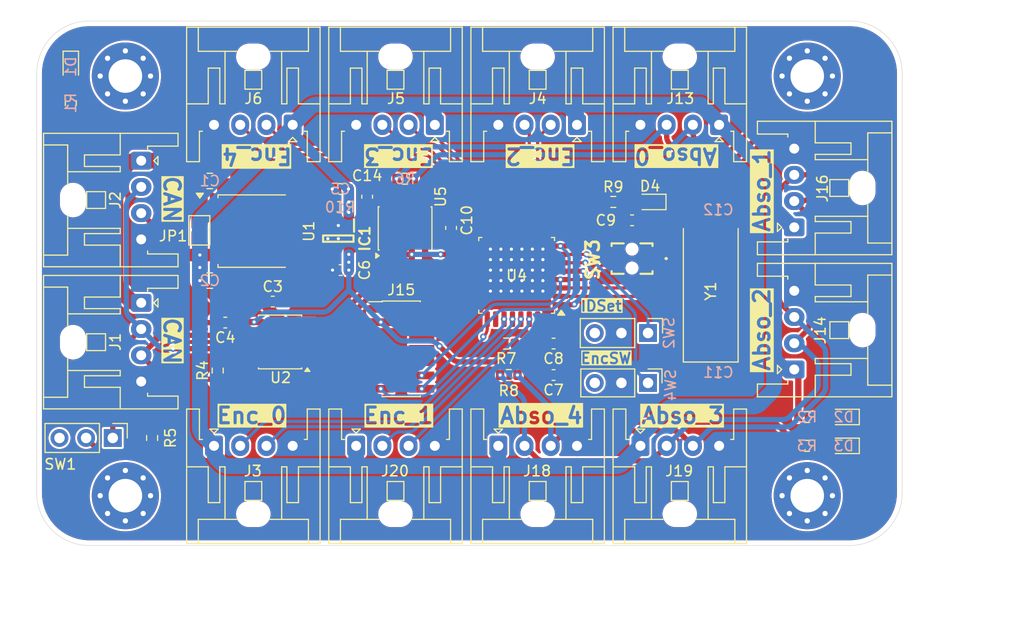
<source format=kicad_pcb>
(kicad_pcb (version 20241229) (generator "pcbnew") (generator_version "9.0")
  (layers (0 "F.Cu" signal) (2 "B.Cu" signal) (13 "F.Paste" user) (15 "B.Paste" user) (5 "F.SilkS" user "F.Silkscreen") (7 "B.SilkS" user "B.Silkscreen") (1 "F.Mask" user) (3 "B.Mask" user) (25 "Edge.Cuts" user))
  (net 0 "")
  (net 1 "VCC")
  (net 2 "GND")
  (net 3 "+5V")
  (net 4 "+3.3V")
  (net 5 "/NRST")
  (net 6 "/Crystal0")
  (net 7 "/Crystal1")
  (net 8 "/EncSW")
  (net 9 "Net-(D1-A)")
  (net 10 "Net-(D2-A)")
  (net 11 "Net-(D3-A)")
  (net 12 "/CANL")
  (net 13 "/CANH")
  (net 14 "/EncA_1")
  (net 15 "/EncB_1")
  (net 16 "/EncB_2")
  (net 17 "/EncA_2")
  (net 18 "/EncB_3")
  (net 19 "/EncA_3")
  (net 20 "/EncB_4")
  (net 21 "/EncA_4")
  (net 22 "/RS485_A")
  (net 23 "/RS485_B")
  (net 24 "/VCPRX")
  (net 25 "/SWCLK")
  (net 26 "/VCPTX")
  (net 27 "/SWDIO")
  (net 29 "Net-(U2-STBY)")
  (net 30 "/Booto")
  (net 32 "Net-(SW1-B)")
  (net 33 "/IDSet")
  (net 35 "/LED")
  (net 36 "/CANTX")
  (net 37 "/CANRX")
  (net 38 "/UARTTX")
  (net 39 "/CTRL")
  (net 41 "/UARTRX")
  (net 46 "Net-(D4-A)")
  (net 47 "/EncB_0")
  (net 48 "/EncA_0")
  (net 51 "Net-(IC1-EN)")
  (footprint "Connector_JST:JST_XA_S04B-XASK-1_1x04_P2.50mm_Horizontal" (layer "F.Cu") (at 88.95 137.5)
    (property "Reference" "J20")
    (property "Value" "Enc5")
  )
  (footprint "Package_SO:SOIC-8_3.9x4.9mm_P1.27mm" (layer "F.Cu") (at 93.615 116.775 90)
    (property "Reference" "U5")
    (property "Value" "MAX3485" (hide yes))
  )
  (footprint "Connector_JST:JST_XA_S04B-XASK-1_1x04_P2.50mm_Horizontal" (layer "F.Cu") (at 82.9 106.9 180)
    (property "Reference" "J6")
    (property "Value" "Enc4")
  )
  (footprint "Connector_JST:JST_XA_S04B-XASK-1_1x04_P2.50mm_Horizontal" (layer "F.Cu") (at 75.4 137.5)
    (property "Reference" "J3")
    (property "Value" "Enc1")
  )
  (footprint "Resistor_SMD:R_0603_1608Metric" (layer "F.Cu") (at 69.5 136.75 90)
    (property "Reference" "R5")
    (property "Value" "120Ω" (hide yes))
  )
  (footprint "Capacitor_SMD:C_0603_1608Metric" (layer "F.Cu") (at 81 123.75)
    (property "Reference" "C3")
    (property "Value" "0.1μF" (hide yes))
  )
  (footprint "Package_QFP:LQFP-32_7x7mm_P0.8mm" (layer "F.Cu") (at 104.25 121.25 180)
    (property "Reference" "U4")
    (property "Value" "STM32F303K8Tx" (hide yes))
  )
  (footprint "Connector_PinHeader_2.54mm:PinHeader_1x03_P2.54mm_Vertical" (layer "F.Cu") (at 116.775 131.5 -90)
    (property "Reference" "SW4")
    (property "Value" "IDSetSW" (hide yes))
  )
  (footprint "Resistor_SMD:R_0603_1608Metric" (layer "F.Cu") (at 93.615001 112.034818)
    (property "Reference" "R6")
    (property "Value" "120Ω" (hide yes))
  )
  (footprint "Connector_JST:JST_XA_S04B-XASK-1_1x04_P2.50mm_Horizontal" (layer "F.Cu") (at 123.55 106.9 180)
    (property "Reference" "J13")
    (property "Value" "Abso")
  )
  (footprint "Connector_JST:JST_XA_S04B-XASK-1_1x04_P2.50mm_Horizontal" (layer "F.Cu") (at 102.5 137.5)
    (property "Reference" "J18")
    (property "Value" "Abso")
  )
  (footprint "Resistor_SMD:R_0603_1608Metric" (layer "F.Cu") (at 87.423489 114.745469 180)
    (property "Reference" "R10")
    (property "Value" "10kΩ" (hide yes))
  )
  (footprint "Connector_PinHeader_2.54mm:PinHeader_1x03_P2.54mm_Vertical" (layer "F.Cu") (at 65.75 136.75 -90)
    (property "Reference" "SW1")
    (property "Value" "CAN_Terminal" (hide yes))
  )
  (footprint "LED_SMD:LED_0603_1608Metric" (layer "F.Cu") (at 61.75 101.3625 -90)
    (property "Reference" "D1")
    (property "Value" "LED" (hide yes))
  )
  (footprint "Jumper:SolderJumper-2_P1.3mm_Open_TrianglePad1.0x1.5mm" (layer "F.Cu") (at 74 116.9575 -90)
    (property "Reference" "JP1")
    (property "Value" "VCC⇔5V Short" (hide yes))
  )
  (footprint "Capacitor_SMD:C_0603_1608Metric" (layer "F.Cu") (at 87.444525 113.016666 180)
    (property "Reference" "C5")
    (property "Value" "1μF" (hide yes))
  )
  (footprint "MountingHole:MountingHole_3.2mm_M3_Pad_Via" (layer "F.Cu") (at 131.95 102.25)
    (property "Reference" "H3" (hide yes))
    (property "Value" "MountingHole" (hide yes))
  )
  (footprint "Resistor_SMD:R_0603_1608Metric" (layer "F.Cu") (at 131.925 134.75)
    (property "Reference" "R2")
    (property "Value" "10kΩ" (hide yes))
  )
  (footprint "Capacitor_SMD:C_0805_2012Metric" (layer "F.Cu") (at 75 121.75)
    (property "Reference" "C2")
    (property "Value" "10μF" (hide yes))
  )
  (footprint "Capacitor_SMD:C_0603_1608Metric" (layer "F.Cu") (at 107.76857 130.749999 180)
    (property "Reference" "C7")
    (property "Value" "0.1μF" (hide yes))
  )
  (footprint "Connector_JST:JST_XA_S04B-XASK-1_1x04_P2.50mm_Horizontal" (layer "F.Cu") (at 68.45999 123.868662 -90)
    (property "Reference" "J1")
    (property "Value" "CANConn")
  )
  (footprint "Connector_JST:JST_XA_S04B-XASK-1_1x04_P2.50mm_Horizontal" (layer "F.Cu") (at 116.05 137.5)
    (property "Reference" "J19")
    (property "Value" "Abso")
  )
  (footprint "LED_SMD:LED_0603_1608Metric" (layer "F.Cu") (at 117 114.25 180)
    (property "Reference" "D4")
    (property "Value" "LED" (hide yes))
  )
  (footprint "Capacitor_SMD:C_0603_1608Metric" (layer "F.Cu") (at 123.475 115)
    (property "Reference" "C12")
    (property "Value" "33pF?" (hide yes))
  )
  (footprint "Capacitor_SMD:C_0603_1608Metric" (layer "F.Cu") (at 90 113.75 90)
    (property "Reference" "C14")
    (property "Value" "0.1μF" (hide yes))
  )
  (footprint "SOT95P280X130-5N:SOT95P280X130-5N" (layer "F.Cu") (at 87.248489 117.745469 -90)
    (property "Reference" "IC1")
    (property "Value" "MIC5504-3.3YM5-T5" (hide yes))
  )
  (footprint "Connector_JST:JST_XA_S04B-XASK-1_1x04_P2.50mm_Horizontal" (layer "F.Cu") (at 96.45 106.9 180)
    (property "Reference" "J5")
    (property "Value" "Enc3")
  )
  (footprint "Resistor_SMD:R_0603_1608Metric" (layer "F.Cu") (at 103.5 130.75 180)
    (property "Reference" "R8")
    (property "Value" "120Ω" (hide yes))
  )
  (footprint "Resistor_SMD:R_0603_1608Metric" (layer "F.Cu") (at 61.75 104.825 90)
    (property "Reference" "R1")
    (property "Value" "10kΩ" (hide yes))
  )
  (footprint "Connector_JST:JST_XA_S04B-XASK-1_1x04_P2.50mm_Horizontal" (layer "F.Cu") (at 130.70999 116.668662 90)
    (property "Reference" "J16")
    (property "Value" "Abso")
  )
  (footprint "Capacitor_SMD:C_0805_2012Metric" (layer "F.Cu") (at 75 112.25)
    (property "Reference" "C1")
    (property "Value" "10μF" (hide yes))
  )
  (footprint "Resistor_SMD:R_0603_1608Metric" (layer "F.Cu") (at 113.4625 114.25)
    (property "Reference" "R9")
    (property "Value" "10kΩ" (hide yes))
  )
  (footprint "Capacitor_SMD:C_0603_1608Metric" (layer "F.Cu") (at 76.475 125.75 180)
    (property "Reference" "C4")
    (property "Value" "0.1μF" (hide yes))
  )
  (footprint "Connector_JST:JST_XA_S04B-XASK-1_1x04_P2.50mm_Horizontal" (layer "F.Cu") (at 110 106.9 180)
    (property "Reference" "J4")
    (property "Value" "Enc2")
  )
  (footprint "Capacitor_SMD:C_0603_1608Metric" (layer "F.Cu") (at 107.76857 127.749999 180)
    (property "Reference" "C8")
    (property "Value" "0.1μF" (hide yes))
  )
  (footprint "Resistor_SMD:R_0603_1608Metric" (layer "F.Cu") (at 75.75 130.325 90)
    (property "Reference" "R4")
    (property "Value" "10kΩ" (hide yes))
  )
  (footprint "Connector_JST:JST_XA_S04B-XASK-1_1x04_P2.50mm_Horizontal" (layer "F.Cu") (at 68.45999 110.318662 -90)
    (property "Reference" "J2")
    (property "Value" "CANConn")
  )
  (footprint "Capacitor_SMD:C_0603_1608Metric" (layer "F.Cu") (at 123.473291 130.497236)
    (property "Reference" "C11")
    (property "Value" "33pF?" (hide yes))
  )
  (footprint "Capacitor_SMD:C_0603_1608Metric" (layer "F.Cu") (at 115.25 116 180)
    (property "Reference" "C9")
    (property "Value" "0.1μF" (hide yes))
  )
  (footprint "Capacitor_SMD:C_0603_1608Metric" (layer "F.Cu") (at 87.473489 120.745469 180)
    (property "Reference" "C6")
    (property "Value" "1μF" (hide yes))
  )
  (footprint "Connector_PinHeader_2.54mm:PinHeader_1x03_P2.54mm_Vertical" (layer "F.Cu") (at 116.77565 126.744502 -90)
    (property "Reference" "SW2")
    (property "Value" "IDSetSW" (hide yes))
  )
  (footprint "Capacitor_SMD:C_0603_1608Metric" (layer "F.Cu") (at 98 116.725 90)
    (property "Reference" "C10")
    (property "Value" "1μF" (hide yes))
  )
  (footprint "MountingHole:MountingHole_3.2mm_M3_Pad_Via" (layer "F.Cu") (at 66.95 142.25)
    (property "Reference" "H1" (hide yes))
    (property "Value" "MountingHole" (hide yes))
  )
  (footprint "Package_TO_SOT_SMD:TO-252-2" (layer "F.Cu") (at 79.09 117.03)
    (property "Reference" "U1")
    (property "Value" "L7805" (hide yes))
  )
  (footprint "LED_SMD:LED_0603_1608Metric" (layer "F.Cu") (at 135.425 137.5 180)
    (property "Reference" "D3")
    (property "Value" "LED" (hide yes))
  )
  (footprint "Connector_PinHeader_1.27mm:PinHeader_2x07_P1.27mm_Vertical_SMD" (layer "F.Cu") (at 93.25 128.25)
    (property "Reference" "J15")
    (property "Value" "STLink" (hide yes))
  )
  (footprint "MySW:SMD_MySW1" (layer "F.Cu") (at 115.25 119.65 180)
    (property "Reference" "SW3")
    (property "Value" "Reset" (hide yes))
  )
  (footprint "Resistor_SMD:R_0603_1608Metric" (layer "F.Cu") (at 103.25 127.75 180)
    (property "Reference" "R7")
    (property "Value" "10kΩ" (hide yes))
  )
  (footprint "LED_SMD:LED_0603_1608Metric" (layer "F.Cu") (at 135.425 134.75 180)
    (property "Reference" "D2")
    (property "Value" "LED" (hide yes))
  )
  (footprint "Connector_JST:JST_XA_S04B-XASK-1_1x04_P2.50mm_Horizontal" (layer "F.Cu") (at 130.70999 130.218662 90)
    (property "Reference" "J14")
    (property "Value" "Abso")
  )
  (footprint "Crystal:Crystal_SMD_HC49-SD" (layer "F.Cu") (at 122.75 122.75 90)
    (property "Reference" "Y1")
    (property "Value" "Crystal" (hide yes))
  )
  (footprint "MountingHole:MountingHole_3.2mm_M3_Pad_Via" (layer "F.Cu") (at 131.95 142.25)
    (property "Reference" "H2" (hide yes))
    (property "Value" "MountingHole" (hide yes))
  )
  (footprint "Package_SO:SOIC-8_3.9x4.9mm_P1.27mm" (layer "F.Cu") (at 81.7 127.6 180)
    (property "Reference" "U2")
    (property "Value" "ATA6561" (hide yes))
  )
  (footprint "MountingHole:MountingHole_3.2mm_M3_Pad_Via" (layer "F.Cu") (at 66.95 102.25)
    (property "Reference" "H4" (hide yes))
    (property "Value" "MountingHole" (hide yes))
  )
  (footprint "Resistor_SMD:R_0603_1608Metric" (layer "F.Cu") (at 131.925 137.5)
    (property "Reference" "R3")
    (property "Value" "10kΩ" (hide yes))
  )
  (gr_line (start 63.5 97) (end 136 97) (stroke (width 0.05)) (layer "Edge.Cuts"))
  (gr_arc (start 63.5 147) (mid 59.964466 145.535534) (end 58.5 142) (stroke (width 0.05)) (layer "Edge.Cuts"))
  (gr_arc (start 136 97) (mid 139.535534 98.464466) (end 141 102) (stroke (width 0.05)) (layer "Edge.Cuts"))
  (gr_line (start 58.5 142) (end 58.5 102) (stroke (width 0.05)) (layer "Edge.Cuts"))
  (gr_arc (start 58.5 102) (mid 59.964466 98.464466) (end 63.5 97) (stroke (width 0.05)) (layer "Edge.Cuts"))
  (gr_line (start 141 102) (end 141 142) (stroke (width 0.05)) (layer "Edge.Cuts"))
  (gr_arc (start 141 142) (mid 139.535534 145.535534) (end 136 147) (stroke (width 0.05)) (layer "Edge.Cuts"))
  (gr_line (start 136 147) (end 63.5 147) (stroke (width 0.05)) (layer "Edge.Cuts"))
  (gr_text "Enc_0" (at 75.5 135.5 0) (layer "F.SilkS" knockout) (effects (font (size 1.5 1.5) (thickness 0.3) (bold yes)) (justify left bottom)))
  (gr_text "Enc_3" (at 96.5 109 180) (layer "F.SilkS" knockout) (effects (font (size 1.5 1.5) (thickness 0.3) (bold yes)) (justify left bottom)))
  (gr_text "Enc_4" (at 83 109 180) (layer "F.SilkS" knockout) (effects (font (size 1.5 1.5) (thickness 0.3) (bold yes)) (justify left bottom)))
  (gr_text "CAN" (at 70.5 127.5 270) (layer "F.SilkS" knockout) (effects (font (size 1.5 1.5) (thickness 0.3) (bold yes)) (justify bottom)))
  (gr_text "Abso_1" (at 128.5 117.25 90) (layer "F.SilkS" knockout) (effects (font (size 1.5 1.5) (thickness 0.3) (bold yes)) (justify left bottom)))
  (gr_text "Enc_1" (at 89.5 135.5 0) (layer "F.SilkS" knockout) (effects (font (size 1.5 1.5) (thickness 0.3) (bold yes)) (justify left bottom)))
  (gr_text "IDSet" (at 110.25 124.75 0) (layer "F.SilkS" knockout) (effects (font (size 1 1) (thickness 0.2) (bold yes)) (justify left bottom)))
  (gr_text "EncSW" (at 110.25 129.75 0) (layer "F.SilkS" knockout) (effects (font (size 1 1) (thickness 0.2) (bold yes)) (justify left bottom)))
  (gr_text "Enc_2" (at 110 109 180) (layer "F.SilkS" knockout) (effects (font (size 1.5 1.5) (thickness 0.3) (bold yes)) (justify left bottom)))
  (gr_text "Abso_2" (at 128.5 130.5 90) (layer "F.SilkS" knockout) (effects (font (size 1.5 1.5) (thickness 0.3) (bold yes)) (justify left bottom)))
  (gr_text "Abso_3" (at 116 135.5 0) (layer "F.SilkS" knockout) (effects (font (size 1.5 1.5) (thickness 0.3) (bold yes)) (justify left bottom)))
  (gr_text "Abso_0" (at 123.5 109 180) (layer "F.SilkS" knockout) (effects (font (size 1.5 1.5) (thickness 0.3) (bold yes)) (justify left bottom)))
  (gr_text "CAN" (at 70.5 114 270) (layer "F.SilkS" knockout) (effects (font (size 1.5 1.5) (thickness 0.3) (bold yes)) (justify bottom)))
  (gr_text "Abso_4" (at 102.5 135.5 0) (layer "F.SilkS" knockout) (effects (font (size 1.5 1.5) (thickness 0.3) (bold yes)) (justify left bottom)))
  (segment (start 68.07854 123.868662) (end 68.45999 123.868662) (width 1.5) (layer "F.Cu") (net 1))
  (segment (start 74.05 112.25) (end 72.411555 110.611555) (width 1.5) (layer "F.Cu") (net 1))
  (segment (start 66.292893 122.497229) (end 67.371433 123.575769) (width 1.5) (layer "F.Cu") (net 1))
  (segment (start 74 116.2325) (end 74 114.8) (width 1.5) (layer "F.Cu") (net 1))
  (segment (start 68.45999 110.318662) (end 67.899204 110.318662) (width 1.5) (layer "F.Cu") (net 1))
  (segment (start 71.704448 110.318662) (end 68.45999 110.318662) (width 1.5) (layer "F.Cu") (net 1))
  (segment (start 74 114.8) (end 74.05 114.75) (width 1.5) (layer "F.Cu") (net 1))
  (segment (start 66 112.217866) (end 66 121.790122) (width 1.5) (layer "F.Cu") (net 1))
  (segment (start 61.75 105.65) (end 66.125769 110.025769) (width 0.5) (layer "F.Cu") (net 1))
  (segment (start 74.05 112.25) (end 74.05 114.75) (width 1.5) (layer "F.Cu") (net 1))
  (segment (start 66.832876 110.318662) (end 68.45999 110.318662) (width 0.5) (layer "F.Cu") (net 1))
  (segment (start 67.192097 110.611555) (end 66.292893 111.510759) (width 1.5) (layer "F.Cu") (net 1))
  (arc (start 66.125769 110.025769) (mid 66.450192 110.242542) (end 66.832876 110.318662) (width 0.5) (layer "F.Cu") (net 1))
  (arc (start 72.411555 110.611555) (mid 72.087132 110.394782) (end 71.704448 110.318662) (width 1.5) (layer "F.Cu") (net 1))
  (arc (start 66 112.217866) (mid 66.07612 111.835183) (end 66.292893 111.510759) (width 1.5) (layer "F.Cu") (net 1))
  (arc (start 67.371433 123.575769) (mid 67.695856 123.792542) (end 68.07854 123.868662) (width 1.5) (layer "F.Cu") (net 1))
  (arc (start 66.292893 122.497229) (mid 66.07612 122.172806) (end 66 121.790122) (width 1.5) (layer "F.Cu") (net 1))
  (arc (start 67.899204 110.318662) (mid 67.516521 110.394782) (end 67.192097 110.611555) (width 1.5) (layer "F.Cu") (net 1))
  (via (at 86.25 117.75) (size 0.6) (drill 0.3) (layers "F.Cu" "B.Cu") (net 2))
  (via (at 87.248489 116.495469) (size 0.6) (drill 0.3) (layers "F.Cu" "B.Cu") (net 2))
  (via (at 103.75 121.75) (size 0.6) (drill 0.3) (layers "F.Cu" "B.Cu") (net 2))
  (via (at 101.75 120.75) (size 0.6) (drill 0.3) (layers "F.Cu" "B.Cu") (net 2))
  (via (at 86.698489 120.745469) (size 0.6) (drill 0.3) (layers "F.Cu" "B.Cu") (net 2))
  (via (at 103.75 118.75) (size 0.6) (drill 0.3) (layers "F.Cu" "B.Cu") (net 2))
  (via (at 102.75 119.75) (size 0.6) (drill 0.3) (layers "F.Cu" "B.Cu") (net 2))
  (via (at 103.75 122.75) (size 0.6) (drill 0.3) (layers "F.Cu" "B.Cu") (net 2))
  (via (at 101.75 122.75) (size 0.6) (drill 0.3) (layers "F.Cu" "B.Cu") (net 2))
  (via (at 102.75 120.75) (size 0.6) (drill 0.3) (layers "F.Cu" "B.Cu") (net 2))
  (via (at 105.75 120.75) (size 0.6) (drill 0.3) (layers "F.Cu" "B.Cu") (net 2))
  (via (at 106.75 120.75) (size 0.6) (drill 0.3) (layers "F.Cu" "B.Cu") (net 2))
  (via (at 105.75 122.75) (size 0.6) (drill 0.3) (layers "F.Cu" "B.Cu") (net 2))
  (via (at 101.75 118.75) (size 0.6) (drill 0.3) (layers "F.Cu" "B.Cu") (net 2))
  (via (at 106.75 119.75) (size 0.6) (drill 0.3) (layers "F.Cu" "B.Cu") (net 2))
  (via (at 103.75 119.75) (size 0.6) (drill 0.3) (layers "F.Cu" "B.Cu") (net 2))
  (via (at 102.75 121.75) (size 0.6) (drill 0.3) (layers "F.Cu" "B.Cu") (net 2))
  (via (at 104.75 122.75) (size 0.6) (drill 0.3) (layers "F.Cu" "B.Cu") (net 2))
  (via (at 103.75 120.75) (size 0.6) (drill 0.3) (layers "F.Cu" "B.Cu") (net 2))
  (via (at 86.669525 113.016666) (size 0.6) (drill 0.3) (layers "F.Cu" "B.Cu") (net 2))
  (via (at 104.75 120.75) (size 0.6) (drill 0.3) (layers "F.Cu" "B.Cu") (net 2))
  (via (at 102.75 118.75) (size 0.6) (drill 0.3) (layers "F.Cu" "B.Cu") (net 2))
  (via (at 105.75 121.75) (size 0.6) (drill 0.3) (layers "F.Cu" "B.Cu") (net 2))
  (via (at 101.75 121.75) (size 0.6) (drill 0.3) (layers "F.Cu" "B.Cu") (net 2))
  (via (at 104.75 119.75) (size 0.6) (drill 0.3) (layers "F.Cu" "B.Cu") (net 2))
  (via (at 87.25 117.75) (size 0.6) (drill 0.3) (layers "F.Cu" "B.Cu") (net 2))
  (via (at 104.75 118.75) (size 0.6) (drill 0.3) (layers "F.Cu" "B.Cu") (net 2))
  (via (at 102.75 122.75) (size 0.6) (drill 0.3) (layers "F.Cu" "B.Cu") (net 2))
  (via (at 106.75 122.75) (size 0.6) (drill 0.3) (layers "F.Cu" "B.Cu") (net 2))
  (via (at 105.75 119.75) (size 0.6) (drill 0.3) (layers "F.Cu" "B.Cu") (net 2))
  (via (at 105.75 118.75) (size 0.6) (drill 0.3) (layers "F.Cu" "B.Cu") (net 2))
  (via (at 106.75 121.75) (size 0.6) (drill 0.3) (layers "F.Cu" "B.Cu") (net 2))
  (via (at 106.75 118.75) (size 0.6) (drill 0.3) (layers "F.Cu" "B.Cu") (net 2))
  (via (at 101.75 119.75) (size 0.6) (drill 0.3) (layers "F.Cu" "B.Cu") (net 2))
  (via (at 104.75 121.75) (size 0.6) (drill 0.3) (layers "F.Cu" "B.Cu") (net 2))
  (segment (start 88.249489 113.04663) (end 88.249489 114.25) (width 1) (layer "F.Cu") (net 3))
  (segment (start 131.1 134.75) (end 131.1 131.022886) (width 0.6) (layer "F.Cu") (net 3))
  (segment (start 84.175 126.965) (end 83.613418 126.965) (width 1) (layer "F.Cu") (net 3))
  (segment (start 75.580263 123.457107) (end 74.05 121.926844) (width 1) (layer "F.Cu") (net 3))
  (segment (start 74.05 118.238403) (end 74 118.188403) (width 1.5) (layer "F.Cu") (net 3))
  (segment (start 88.249489 115.25) (end 88.249489 116.495469) (width 1) (layer "F.Cu") (net 3))
  (segment (start 74.05 121.926844) (end 74.05 121.75) (width 1) (layer "F.Cu") (net 3))
  (segment (start 80.225 123.990796) (end 80.225 123.75) (width 1) (layer "F.Cu") (net 3))
  (segment (start 80.225 123.75) (end 76.28737 123.75) (width 1) (layer "F.Cu") (net 3))
  (segment (start 74.05 119.31) (end 74.05 120.5) (width 1.5) (layer "F.Cu") (net 3))
  (segment (start 88.219525 113.016666) (end 88.249489 113.04663) (width 1) (layer "F.Cu") (net 3))
  (segment (start 74.05 119.31) (end 74.05 118.238403) (width 1.5) (layer "F.Cu") (net 3))
  (segment (start 82.906311 126.672107) (end 80.225 123.990796) (width 1) (layer "F.Cu") (net 3))
  (segment (start 74.05 120.5) (end 74.05 121.75) (width 1.5) (layer "F.Cu") (net 3))
  (segment (start 130.807107 130.315779) (end 130.70999 130.218662) (width 0.6) (layer "F.Cu") (net 3))
  (segment (start 88.249489 114.25) (end 88.249489 115.25) (width 1) (layer "F.Cu") (net 3))
  (via (at 74.05 121.75) (size 0.6) (drill 0.3) (layers "F.Cu" "B.Cu") (net 3))
  (via (at 88.249489 114.25) (size 0.6) (drill 0.3) (layers "F.Cu" "B.Cu") (net 3))
  (via (at 88.249489 115.25) (size 0.6) (drill 0.3) (layers "F.Cu" "B.Cu") (net 3))
  (via (at 74.05 119.31) (size 0.6) (drill 0.3) (layers "F.Cu" "B.Cu") (net 3))
  (via (at 74.05 120.5) (size 0.6) (drill 0.3) (layers "F.Cu" "B.Cu") (net 3))
  (via (at 88.219525 113.016666) (size 0.6) (drill 0.3) (layers "F.Cu" "B.Cu") (net 3))
  (arc (start 75.580263 123.457107) (mid 75.904686 123.67388) (end 76.28737 123.75) (width 1) (layer "F.Cu") (net 3))
  (arc (start 83.613418 126.965) (mid 83.230735 126.88888) (end 82.906311 126.672107) (width 1) (layer "F.Cu") (net 3))
  (arc (start 130.807107 130.315779) (mid 131.02388 130.640202) (end 131.1 131.022886) (width 0.6) (layer "F.Cu") (net 3))
  (segment (start 128.78399 114.500447) (end 128.78399 113.5) (width 1.5) (layer "B.Cu") (net 3))
  (segment (start 102.207107 139.218893) (end 102 139.426) (width 1.5) (layer "B.Cu") (net 3))
  (segment (start 128.78399 113.5) (end 128.78399 128.853448) (width 1.5) (layer "B.Cu") (net 3))
  (segment (start 109.049 104.974) (end 95.499 104.974) (width 1.5) (layer "B.Cu") (net 3))
  (segment (start 88.249489 113.04663) (end 88.219525 113.016666) (width 1) (layer "B.Cu") (net 3))
  (segment (start 129.076883 129.560555) (end 129.442097 129.925769) (width 1.5) (layer "B.Cu") (net 3))
  (segment (start 95.499 104.974) (end 85.240214 104.974) (width 1.5) (layer "B.Cu") (net 3))
  (segment (start 74.05 135.735786) (end 74.05 121.75) (width 1.5) (layer "B.Cu") (net 3))
  (segment (start 109.707107 105.632107) (end 109.049 104.974) (width 1.5) (layer "B.Cu") (net 3))
  (segment (start 130.70999 130.218662) (end 130.881989 130.218662) (width 1.5) (layer "B.Cu") (net 3))
  (segment (start 88.95 139.376) (end 89 139.426) (width 1.5) (layer "B.Cu") (net 3))
  (segment (start 127.471545 133.450922) (end 128.491097 132.43137) (width 1.5) (layer "B.Cu") (net 3))
  (segment (start 110 106.9) (end 110 106.339214) (width 1.5) (layer "B.Cu") (net 3))
  (segment (start 74.342893 115.657107) (end 82.9 107.1) (width 1.5) (layer "B.Cu") (net 3))
  (segment (start 84.533107 105.266893) (end 82.9 106.9) (width 1.5) (layer "B.Cu") (net 3))
  (segment (start 114.416893 139.133107) (end 116.05 137.5) (width 1.5) (layer "B.Cu") (net 3))
  (segment (start 75.4 137.5) (end 75.4 138.060786) (width 1.5) (layer "B.Cu") (net 3))
  (segment (start 128.78399 113.5) (end 128.78399 112.376206) (width 1.5) (layer "B.Cu") (net 3))
  (segment (start 88.95 137.5) (end 88.95 139.376) (width 1.5) (layer "B.Cu") (net 3))
  (segment (start 82.9 107.1) (end 82.9 106.9) (width 1.5) (layer "B.Cu") (net 3))
  (segment (start 130.70999 116.668662) (end 130.537991 116.668662) (width 1.5) (layer "B.Cu") (net 3))
  (segment (start 123.55 106.728001) (end 121.795999 104.974) (width 1.5) (layer "B.Cu") (net 3))
  (segment (start 75.692893 138.767893) (end 76.058107 139.133107) (width 1.5) (layer "B.Cu") (net 3))
  (segment (start 89 139.426) (end 102 139.426) (width 1.5) (layer "B.Cu") (net 3))
  (segment (start 128.491097 111.669099) (end 121.795999 104.974) (width 1.5) (layer "B.Cu") (net 3))
  (segment (start 76.765214 139.426) (end 89 139.426) (width 1.5) (layer "B.Cu") (net 3))
  (segment (start 130.149204 130.218662) (end 130.70999 130.218662) (width 1.5) (layer "B.Cu") (net 3))
  (segment (start 83.192893 107.990034) (end 88.219525 113.016666) (width 1) (layer "B.Cu") (net 3))
  (segment (start 130.537991 116.668662) (end 129.076883 115.207554) (width 1.5) (layer "B.Cu") (net 3))
  (segment (start 127.471545 133.457107) (end 127.471545 133.450922) (width 1.5) (layer "B.Cu") (net 3))
  (segment (start 128.78399 131.724263) (end 128.78399 128.853448) (width 1.5) (layer "B.Cu") (net 3))
  (segment (start 74.05 121.75) (end 74.05 119.31) (width 1.5) (layer "B.Cu") (net 3))
  (segment (start 102.5 137.5) (end 102.5 138.511786) (width 1.5) (layer "B.Cu") (net 3))
  (segment (start 102 139.426) (end 113.709786 139.426) (width 1.5) (layer "B.Cu") (net 3))
  (segment (start 123.55 106.9) (end 123.55 106.728001) (width 1.5) (layer "B.Cu") (net 3))
  (segment (start 75.4 137.5) (end 74.342893 136.442893) (width 1.5) (layer "B.Cu") (net 3))
  (segment (start 82.9 106.9) (end 82.9 107.282927) (width 1) (layer "B.Cu") (net 3))
  (segment (start 74.05 119.31) (end 74.05 116.364214) (width 1.5) (layer "B.Cu") (net 3))
  (segment (start 96.45 106.9) (end 96.45 106.339214) (width 1.5) (layer "B.Cu") (net 3))
  (segment (start 96.157107 105.632107) (end 95.499 104.974) (width 1.5) (layer "B.Cu") (net 3))
  (segment (start 116.05 137.5) (end 116.05 136.939214) (width 1.5) (layer "B.Cu") (net 3))
  (segment (start 121.795999 104.974) (end 109.049 104.974) (width 1.5) (layer "B.Cu") (net 3))
  (segment (start 88.249489 115.25) (end 88.249489 113.04663) (width 1) (layer "B.Cu") (net 3))
  (segment (start 119.239214 133.75) (end 126.764438 133.75) (width 1.5) (layer "B.Cu") (net 3))
  (segment (start 116.342893 136.232107) (end 118.532107 134.042893) (width 1.5) (layer "B.Cu") (net 3))
  (arc (start 85.240214 104.974) (mid 84.857531 105.05012) (end 84.533107 105.266893) (width 1.5) (layer "B.Cu") (net 3))
  (arc (start 130.149204 130.218662) (mid 129.766521 130.142542) (end 129.442097 129.925769) (width 1.5) (layer "B.Cu") (net 3))
  (arc (start 128.78399 131.724263) (mid 128.70787 132.106946) (end 128.491097 132.43137) (width 1.5) (layer "B.Cu") (net 3))
  (arc (start 75.4 138.060786) (mid 75.47612 138.443469) (end 75.692893 138.767893) (width 1.5) (layer "B.Cu") (net 3))
  (arc (start 74.05 135.735786) (mid 74.12612 136.118469) (end 74.342893 136.442893) (width 1.5) (layer "B.Cu") (net 3))
  (arc (start 96.45 106.339214) (mid 96.37388 105.956531) (end 96.157107 105.632107) (width 1.5) (layer "B.Cu") (net 3))
  (arc (start 76.058107 139.133107) (mid 76.38253 139.34988) (end 76.765214 139.426) (width 1.5) (layer "B.Cu") (net 3))
  (arc (start 114.416893 139.133107) (mid 114.09247 139.34988) (end 113.709786 139.426) (width 1.5) (layer "B.Cu") (net 3))
  (arc (start 116.05 136.939214) (mid 116.12612 136.556531) (end 116.342893 136.232107) (width 1.5) (layer "B.Cu") (net 3))
  (arc (start 74.342893 115.657107) (mid 74.12612 115.98153) (end 74.05 116.364214) (width 1.5) (layer "B.Cu") (net 3))
  (arc (start 102.207107 139.218893) (mid 102.42388 138.89447) (end 102.5 138.511786) (width 1.5) (layer "B.Cu") (net 3))
  (arc (start 128.491097 111.669099) (mid 128.70787 111.993522) (end 128.78399 112.376206) (width 1.5) (layer "B.Cu") (net 3))
  (arc (start 128.78399 128.853448) (mid 128.86011 129.236131) (end 129.076883 129.560555) (width 1.5) (layer "B.Cu") (net 3))
  (arc (start 83.192893 107.990034) (mid 82.97612 107.665611) (end 82.9 107.282927) (width 1) (layer "B.Cu") (net 3))
  (arc (start 109.707107 105.632107) (mid 109.92388 105.95653) (end 110 106.339214) (width 1.5) (layer "B.Cu") (net 3))
  (arc (start 126.764438 133.75) (mid 127.147121 133.67388) (end 127.471545 133.457107) (width 1.5) (layer "B.Cu") (net 3))
  (arc (start 118.532107 134.042893) (mid 118.856531 133.82612) (end 119.239214 133.75) (width 1.5) (layer "B.Cu") (net 3))
  (segment (start 90 117.193958) (end 90.013149 117.207107) (width 1) (layer "F.Cu") (net 4))
  (segment (start 108.425 124.05) (end 108.425 127.631429) (width 0.5) (layer "F.Cu") (net 4))
  (segment (start 98 117.5) (end 98.506107 118.006107) (width 1) (layer "F.Cu") (net 4))
  (segment (start 108.54357 130.5) (end 108.54357 130.749999) (width 0.5) (layer "F.Cu") (net 4))
  (segment (start 88.248489 120) (end 88.248489 119.25) (width 1) (layer "F.Cu") (net 4))
  (segment (start 88.248489 118.945469) (end 90 117.193958) (width 1) (layer "F.Cu") (net 4))
  (segment (start 113.457785 135.25) (end 128.435786 135.25) (width 0.5) (layer "F.Cu") (net 4))
  (segment (start 129.142893 135.542893) (end 131.1 137.5) (width 0.5) (layer "F.Cu") (net 4))
  (segment (start 88.248489 120.745469) (end 88.248489 120) (width 1) (layer "F.Cu") (net 4))
  (segment (start 77.25 125.75) (end 79.17 125.75) (width 0.5) (layer "F.Cu") (net 4))
  (segment (start 108.54357 130.749999) (end 112.750678 134.957107) (width 0.5) (layer "F.Cu") (net 4))
  (segment (start 90 114.525) (end 91.485 114.525) (width 1) (layer "F.Cu") (net 4))
  (segment (start 96.900002 128) (end 98.107109 129.207107) (width 0.5) (layer "F.Cu") (net 4))
  (segment (start 91.485 114.525) (end 91.71 114.3) (width 1) (layer "F.Cu") (net 4))
  (segment (start 108.425 124.05) (end 109.7 124.05) (width 0.5) (layer "F.Cu") (net 4))
  (segment (start 108.425 127.631429) (end 108.54357 127.749999) (width 0.5) (layer "F.Cu") (net 4))
  (segment (start 79.17 125.75) (end 79.225 125.695) (width 0.5) (layer "F.Cu") (net 4))
  (segment (start 90 114.525) (end 90 117.193958) (width 1) (layer "F.Cu") (net 4))
  (segment (start 108.54357 130.749999) (end 108.54357 127.749999) (width 0.5) (layer "F.Cu") (net 4))
  (segment (start 90.720256 117.5) (end 98 117.5) (width 1) (layer "F.Cu") (net 4))
  (segment (start 109.7 124.05) (end 109.75 124) (width 0.5) (layer "F.Cu") (net 4))
  (segment (start 98.814216 129.5) (end 107.54357 129.5) (width 0.5) (layer "F.Cu") (net 4))
  (segment (start 88.248489 119.25) (end 88.248489 118.945469) (width 1) (layer "F.Cu") (net 4))
  (segment (start 110.6 120.85) (end 108.425 120.85) (width 0.5) (layer "F.Cu") (net 4))
  (segment (start 99.213214 118.299) (end 100.075 118.299) (width 1) (layer "F.Cu") (net 4))
  (via (at 88.248489 120) (size 0.6) (drill 0.3) (layers "F.Cu" "B.Cu") (net 4))
  (via (at 96.900002 128) (size 0.6) (drill 0.3) (layers "F.Cu" "B.Cu") (net 4))
  (via (at 79.225 125.695) (size 0.6) (drill 0.3) (layers "F.Cu" "B.Cu") (net 4))
  (via (at 91.3 125.71) (size 0.6) (drill 0.3) (layers "F.Cu" "B.Cu") (net 4))
  (via (at 88.248489 120.745469) (size 0.6) (drill 0.3) (layers "F.Cu" "B.Cu") (net 4))
  (via (at 109.75 124) (size 0.6) (drill 0.3) (layers "F.Cu" "B.Cu") (net 4))
  (via (at 88.248489 119.25) (size 0.6) (drill 0.3) (layers "F.Cu" "B.Cu") (net 4))
  (via (at 110.6 120.85) (size 0.6) (drill 0.3) (layers "F.Cu" "B.Cu") (net 4))
  (arc (start 113.457785 135.25) (mid 113.075102 135.17388) (end 112.750678 134.957107) (width 0.5) (layer "F.Cu") (net 4))
  (arc (start 98.506107 118.006107) (mid 98.83053 118.22288) (end 99.213214 118.299) (width 1) (layer "F.Cu") (net 4))
  (arc (start 90.013149 117.207107) (mid 90.337572 117.42388) (end 90.720256 117.5) (width 1) (layer "F.Cu") (net 4))
  (arc (start 98.107109 129.207107) (mid 98.431532 129.42388) (end 98.814216 129.5) (width 0.5) (layer "F.Cu") (net 4))
  (arc (start 128.435786 135.25) (mid 128.818469 135.32612) (end 129.142893 135.542893) (width 0.5) (layer "F.Cu") (net 4))
  (arc (start 108.54357 130.5) (mid 108.250677 129.792893) (end 107.54357 129.5) (width 0.5) (layer "F.Cu") (net 4))
  (segment (start 88.248489 120.745469) (end 88.248489 122.658489) (width 0.5) (layer "B.Cu") (net 4))
  (segment (start 79.305 125.695) (end 79.957107 125.042893) (width 0.5) (layer "B.Cu") (net 4))
  (segment (start 95.985788 127.5) (end 93.504214 127.5) (width 0.5) (layer "B.Cu") (net 4))
  (segment (start 88.248489 122.658489) (end 91.3 125.71) (width 0.5) (layer "B.Cu") (net 4))
  (segment (start 80.664214 124.75) (end 85.742764 124.75) (width 0.5) (layer "B.Cu") (net 4))
  (segment (start 86.449871 124.457107) (end 88.248489 122.658489) (width 0.5) (layer "B.Cu") (net 4))
  (segment (start 96.900002 128) (end 96.692895 127.792893) (width 0.5) (layer "B.Cu") (net 4))
  (segment (start 92.797107 127.207107) (end 91.3 125.71) (width 0.5) (layer "B.Cu") (net 4))
  (segment (start 110.75 121) (end 110.75 122.585786) (width 0.5) (layer "B.Cu") (net 4))
  (segment (start 110.6 120.85) (end 110.75 121) (width 0.5) (layer "B.Cu") (net 4))
  (segment (start 110.457107 123.292893) (end 109.75 124) (width 0.5) (layer "B.Cu") (net 4))
  (segment (start 79.225 125.695) (end 79.305 125.695) (width 0.5) (layer "B.Cu") (net 4))
  (segment (start 88.248489 119.25) (end 88.248489 120.745469) (width 1) (layer "B.Cu") (net 4))
  (arc (start 79.957107 125.042893) (mid 80.28153 124.82612) (end 80.664214 124.75) (width 0.5) (layer "B.Cu") (net 4))
  (arc (start 95.985788 127.5) (mid 96.368471 127.57612) (end 96.692895 127.792893) (width 0.5) (layer "B.Cu") (net 4))
  (arc (start 93.504214 127.5) (mid 93.121531 127.42388) (end 92.797107 127.207107) (width 0.5) (layer "B.Cu") (net 4))
  (arc (start 85.742764 124.75) (mid 86.125447 124.67388) (end 86.449871 124.457107) (width 0.5) (layer "B.Cu") (net 4))
  (arc (start 110.75 122.585786) (mid 110.67388 122.968469) (end 110.457107 123.292893) (width 0.5) (layer "B.Cu") (net 4))
  (segment (start 111.317893 121.357107) (end 113.025 119.65) (width 0.3) (layer "F.Cu") (net 5))
  (segment (start 108.425 121.65) (end 110.610786 121.65) (width 0.3) (layer "F.Cu") (net 5))
  (segment (start 114.182107 118.492893) (end 113.025 119.65) (width 0.3) (layer "F.Cu") (net 5))
  (segment (start 114.475 116) (end 114.475 117.785786) (width 0.3) (layer "F.Cu") (net 5))
  (via (at 108.425 121.65) (size 0.6) (drill 0.3) (layers "F.Cu" "B.Cu") (net 5))
  (via (at 95.2 130.79) (size 0.6) (drill 0.3) (layers "F.Cu" "B.Cu") (net 5))
  (arc (start 111.317893 121.357107) (mid 110.99347 121.57388) (end 110.610786 121.65) (width 0.3) (layer "F.Cu") (net 5))
  (arc (start 114.182107 118.492893) (mid 114.39888 118.16847) (end 114.475 117.785786) (width 0.3) (layer "F.Cu") (net 5))
  (segment (start 101.702107 124.292893) (end 95.205 130.79) (width 0.3) (layer "B.Cu") (net 5))
  (segment (start 95.205 130.79) (end 95.2 130.79) (width 0.3) (layer "B.Cu") (net 5))
  (segment (start 107.085786 124) (end 102.409214 124) (width 0.3) (layer "B.Cu") (net 5))
  (segment (start 108.425 121.65) (end 108.425 122.660786) (width 0.3) (layer "B.Cu") (net 5))
  (segment (start 108.132107 123.367893) (end 107.792893 123.707107) (width 0.3) (layer "B.Cu") (net 5))
  (arc (start 108.425 122.660786) (mid 108.34888 123.043469) (end 108.132107 123.367893) (width 0.3) (layer "B.Cu") (net 5))
  (arc (start 101.702107 124.292893) (mid 102.02653 124.07612) (end 102.409214 124) (width 0.3) (layer "B.Cu") (net 5))
  (arc (start 107.085786 124) (mid 107.468469 123.92388) (end 107.792893 123.707107) (width 0.3) (layer "B.Cu") (net 5))
  (segment (start 119.292893 123.542893) (end 122.75 127) (width 0.3) (layer "F.Cu") (net 6))
  (segment (start 122.75 130.445527) (end 122.698291 130.497236) (width 0.3) (layer "F.Cu") (net 6))
  (segment (start 108.425 123.25) (end 118.585786 123.25) (width 0.3) (layer "F.Cu") (net 6))
  (segment (start 122.75 127) (end 122.75 130.445527) (width 0.3) (layer "F.Cu") (net 6))
  (arc (start 119.292893 123.542893) (mid 118.96847 123.32612) (end 118.585786 123.25) (width 0.3) (layer "F.Cu") (net 6))
  (segment (start 119.092893 122.157107) (end 122.75 118.5) (width 0.3) (layer "F.Cu") (net 7))
  (segment (start 122.7 115) (end 122.7 118.45) (width 0.3) (layer "F.Cu") (net 7))
  (segment (start 108.425 122.45) (end 118.385786 122.45) (width 0.3) (layer "F.Cu") (net 7))
  (segment (start 122.7 118.45) (end 122.75 118.5) (width 0.3) (layer "F.Cu") (net 7))
  (arc (start 119.092893 122.157107) (mid 118.76847 122.37388) (end 118.385786 122.45) (width 0.3) (layer "F.Cu") (net 7))
  (segment (start 108.425 120.05) (end 110.8 120.05) (width 0.3) (layer "F.Cu") (net 8))
  (via (at 110.8 120.05) (size 0.6) (drill 0.3) (layers "F.Cu" "B.Cu") (net 8))
  (segment (start 115.57465 125.238864) (end 115.57465 129.885436) (width 0.3) (layer "B.Cu") (net 8))
  (segment (start 115.867543 130.592543) (end 116.775 131.5) (width 0.3) (layer "B.Cu") (net 8))
  (segment (start 110.8 120.05) (end 115.281757 124.531757) (width 0.3) (layer "B.Cu") (net 8))
  (arc (start 115.281757 124.531757) (mid 115.49853 124.856181) (end 115.57465 125.238864) (width 0.3) (layer "B.Cu") (net 8))
  (arc (start 115.867543 130.592543) (mid 115.65077 130.26812) (end 115.57465 129.885436) (width 0.3) (layer "B.Cu") (net 8))
  (segment (start 61.75 104) (end 61.75 102.15) (width 0.3) (layer "F.Cu") (net 9))
  (segment (start 132.75 134.75) (end 134.6375 134.75) (width 0.3) (layer "F.Cu") (net 10))
  (segment (start 132.75 137.5) (end 134.6375 137.5) (width 0.3) (layer "F.Cu") (net 11))
  (segment (start 70.777866 126.965) (end 79.225 126.965) (width 0.5) (layer "F.Cu") (net 12))
  (segment (start 69.5 135.925) (end 69.593097 135.831903) (width 0.5) (layer "F.Cu") (net 12))
  (segment (start 68.45999 128.868662) (end 69.593097 127.735555) (width 0.5) (layer "F.Cu") (net 12))
  (segment (start 69.593097 116.451769) (end 68.45999 115.318662) (width 0.5) (layer "F.Cu") (net 12))
  (segment (start 69.88599 135.124796) (end 69.88599 130.708876) (width 0.5) (layer "F.Cu") (net 12))
  (segment (start 69.593097 130.001769) (end 68.45999 128.868662) (width 0.5) (layer "F.Cu") (net 12))
  (segment (start 69.88599 127.028448) (end 69.88599 117.158876) (width 0.5) (layer "F.Cu") (net 12))
  (segment (start 68.45999 128.868662) (end 70.070759 127.257893) (width 0.5) (layer "F.Cu") (net 12))
  (arc (start 69.593097 116.451769) (mid 69.80987 116.776192) (end 69.88599 117.158876) (width 0.5) (layer "F.Cu") (net 12))
  (arc (start 69.593097 127.735555) (mid 69.80987 127.411132) (end 69.88599 127.028448) (width 0.5) (layer "F.Cu") (net 12))
  (arc (start 69.88599 130.708876) (mid 69.80987 130.326193) (end 69.593097 130.001769) (width 0.5) (layer "F.Cu") (net 12))
  (arc (start 69.88599 135.124796) (mid 69.80987 135.507479) (end 69.593097 135.831903) (width 0.5) (layer "F.Cu") (net 12))
  (arc (start 70.777866 126.965) (mid 70.395183 127.04112) (end 70.070759 127.257893) (width 0.5) (layer "F.Cu") (net 12))
  (segment (start 71.5 128.235) (end 79.225 128.235) (width 0.5) (layer "F.Cu") (net 13))
  (segment (start 65.75 129.492866) (end 65.75 136.75) (width 0.5) (layer "F.Cu") (net 13))
  (segment (start 68.45999 126.368662) (end 66.042893 128.785759) (width 0.5) (layer "F.Cu") (net 13))
  (via (at 71.5 128.235) (size 0.6) (drill 0.3) (layers "F.Cu" "B.Cu") (net 13))
  (arc (start 65.75 129.492866) (mid 65.82612 129.110183) (end 66.042893 128.785759) (width 0.5) (layer "F.Cu") (net 13))
  (segment (start 70.033435 127.942107) (end 68.45999 126.368662) (width 0.5) (layer "B.Cu") (net 13))
  (segment (start 71.5 128.235) (end 70.740542 128.235) (width 0.5) (layer "B.Cu") (net 13))
  (segment (start 67.326883 113.951769) (end 68.45999 112.818662) (width 0.5) (layer "B.Cu") (net 13))
  (segment (start 68.45999 126.368662) (end 67.326883 125.235555) (width 0.5) (layer "B.Cu") (net 13))
  (segment (start 67.03399 124.528448) (end 67.03399 114.658876) (width 0.5) (layer "B.Cu") (net 13))
  (arc (start 67.326883 125.235555) (mid 67.11011 124.911132) (end 67.03399 124.528448) (width 0.5) (layer "B.Cu") (net 13))
  (arc (start 67.326883 113.951769) (mid 67.11011 114.276192) (end 67.03399 114.658876) (width 0.5) (layer "B.Cu") (net 13))
  (arc (start 70.033435 127.942107) (mid 70.357858 128.15888) (end 70.740542 128.235) (width 0.5) (layer "B.Cu") (net 13))
  (via (at 104.65 125.425) (size 0.6) (drill 0.3) (layers "F.Cu" "B.Cu") (net 14))
  (segment (start 104.357107 126.142893) (end 94.618893 135.881107) (width 0.3) (layer "B.Cu") (net 14))
  (segment (start 92.483107 136.466893) (end 91.45 137.5) (width 0.3) (layer "B.Cu") (net 14))
  (segment (start 93.911786 136.174) (end 93.190214 136.174) (width 0.3) (layer "B.Cu") (net 14))
  (segment (start 104.65 125.425) (end 104.65 125.435786) (width 0.3) (layer "B.Cu") (net 14))
  (arc (start 92.483107 136.466893) (mid 92.80753 136.25012) (end 93.190214 136.174) (width 0.3) (layer "B.Cu") (net 14))
  (arc (start 104.357107 126.142893) (mid 104.57388 125.81847) (end 104.65 125.435786) (width 0.3) (layer "B.Cu") (net 14))
  (arc (start 94.618893 135.881107) (mid 94.29447 136.09788) (end 93.911786 136.174) (width 0.3) (layer "B.Cu") (net 14))
  (via (at 105.45 125.425) (size 0.6) (drill 0.3) (layers "F.Cu" "B.Cu") (net 15))
  (segment (start 105.157107 126.292893) (end 93.95 137.5) (width 0.3) (layer "B.Cu") (net 15))
  (segment (start 105.45 125.425) (end 105.45 125.585786) (width 0.3) (layer "B.Cu") (net 15))
  (arc (start 105.157107 126.292893) (mid 105.37388 125.96847) (end 105.45 125.585786) (width 0.3) (layer "B.Cu") (net 15))
  (segment (start 105 106.9) (end 105.157107 107.057107) (width 0.3) (layer "F.Cu") (net 16))
  (segment (start 105.45 107.764214) (end 105.45 117.075) (width 0.3) (layer "F.Cu") (net 16))
  (arc (start 105.157107 107.057107) (mid 105.37388 107.38153) (end 105.45 107.764214) (width 0.3) (layer "F.Cu") (net 16))
  (segment (start 106.25 117.075) (end 106.25 108.564214) (width 0.3) (layer "F.Cu") (net 17))
  (segment (start 106.542893 107.857107) (end 107.5 106.9) (width 0.3) (layer "F.Cu") (net 17))
  (arc (start 106.25 108.564214) (mid 106.32612 108.181531) (end 106.542893 107.857107) (width 0.3) (layer "F.Cu") (net 17))
  (segment (start 103.85 116.472734) (end 103.85 117.075) (width 0.3) (layer "F.Cu") (net 18))
  (segment (start 96.834373 109.042893) (end 103.557107 115.765627) (width 0.3) (layer "F.Cu") (net 18))
  (segment (start 93.839214 108.75) (end 96.127266 108.75) (width 0.3) (layer "F.Cu") (net 18))
  (segment (start 91.45 106.9) (end 91.575 106.9) (width 0.3) (layer "F.Cu") (net 18))
  (segment (start 91.575 106.9) (end 93.132107 108.457107) (width 0.3) (layer "F.Cu") (net 18))
  (arc (start 93.839214 108.75) (mid 93.456531 108.67388) (end 93.132107 108.457107) (width 0.3) (layer "F.Cu") (net 18))
  (arc (start 96.834373 109.042893) (mid 96.50995 108.82612) (end 96.127266 108.75) (width 0.3) (layer "F.Cu") (net 18))
  (arc (start 103.85 116.472734) (mid 103.77388 116.090051) (end 103.557107 115.765627) (width 0.3) (layer "F.Cu") (net 18))
  (segment (start 96.311786 108.226) (end 95.690214 108.226) (width 0.3) (layer "F.Cu") (net 19))
  (segment (start 104.357107 115.857107) (end 97.018893 108.518893) (width 0.3) (layer "F.Cu") (net 19))
  (segment (start 94.983107 107.933107) (end 93.95 106.9) (width 0.3) (layer "F.Cu") (net 19))
  (segment (start 104.65 117.075) (end 104.65 116.564214) (width 0.3) (layer "F.Cu") (net 19))
  (arc (start 96.311786 108.226) (mid 96.694469 108.30212) (end 97.018893 108.518893) (width 0.3) (layer "F.Cu") (net 19))
  (arc (start 95.690214 108.226) (mid 95.307531 108.14988) (end 94.983107 107.933107) (width 0.3) (layer "F.Cu") (net 19))
  (arc (start 104.357107 115.857107) (mid 104.57388 116.18153) (end 104.65 116.564214) (width 0.3) (layer "F.Cu") (net 19))
  (segment (start 80.459107 109.459107) (end 77.9 106.9) (width 0.3) (layer "F.Cu") (net 20))
  (segment (start 101.957107 115.957107) (end 96.044893 110.044893) (width 0.3) (layer "F.Cu") (net 20))
  (segment (start 102.25 117.075) (end 102.25 116.664214) (width 0.3) (layer "F.Cu") (net 20))
  (segment (start 95.337786 109.752) (end 81.166214 109.752) (width 0.3) (layer "F.Cu") (net 20))
  (arc (start 96.044893 110.044893) (mid 95.72047 109.82812) (end 95.337786 109.752) (width 0.3) (layer "F.Cu") (net 20))
  (arc (start 101.957107 115.957107) (mid 102.17388 116.28153) (end 102.25 116.664214) (width 0.3) (layer "F.Cu") (net 20))
  (arc (start 80.459107 109.459107) (mid 80.78353 109.67588) (end 81.166214 109.752) (width 0.3) (layer "F.Cu") (net 20))
  (segment (start 83.165214 109.251) (end 95.561785 109.251) (width 0.3) (layer "F.Cu") (net 21))
  (segment (start 80.4 106.9) (end 82.458107 108.958107) (width 0.3) (layer "F.Cu") (net 21))
  (segment (start 96.268892 109.543893) (end 102.757107 116.032108) (width 0.3) (layer "F.Cu") (net 21))
  (segment (start 103.05 116.739215) (end 103.05 117.075) (width 0.3) (layer "F.Cu") (net 21))
  (arc (start 95.561785 109.251) (mid 95.944468 109.32712) (end 96.268892 109.543893) (width 0.3) (layer "F.Cu") (net 21))
  (arc (start 102.757107 116.032108) (mid 102.97388 116.356531) (end 103.05 116.739215) (width 0.3) (layer "F.Cu") (net 21))
  (arc (start 83.165214 109.251) (mid 82.782531 109.17488) (end 82.458107 108.958107) (width 0.3) (layer "F.Cu") (net 21))
  (segment (start 133.658107 112.341893) (end 132.124231 113.875769) (width 0.5) (layer "F.Cu") (net 22))
  (segment (start 94.25 112.224819) (end 94.440001 112.034818) (width 0.5) (layer "F.Cu") (net 22))
  (segment (start 117.416893 138.633107) (end 118.55 137.5) (width 0.5) (layer "F.Cu") (net 22))
  (segment (start 121.05 106.9) (end 121.05 107.635786) (width 0.5) (layer "F.Cu") (net 22))
  (segment (start 131.843097 126.585555) (end 130.70999 127.718662) (width 0.5) (layer "F.Cu") (net 22))
  (segment (start 132.784257 107.042893) (end 133.658107 107.916743) (width 0.5) (layer "F.Cu") (net 22))
  (segment (start 127.664214 106.75) (end 132.07715 106.75) (width 0.5) (layer "F.Cu") (net 22))
  (segment (start 124.792893 109.207107) (end 126.957107 107.042893) (width 0.5) (layer "F.Cu") (net 22))
  (segment (start 130.70999 114.168662) (end 131.843097 115.301769) (width 0.5) (layer "F.Cu") (net 22))
  (segment (start 122.914214 109.5) (end 124.085786 109.5) (width 0.5) (layer "F.Cu") (net 22))
  (segment (start 131.417124 114.168662) (end 130.70999 114.168662) (width 0.5) (layer "F.Cu") (net 22))
  (segment (start 132.13599 116.008876) (end 132.13599 125.878448) (width 0.5) (layer "F.Cu") (net 22))
  (segment (start 133.951 108.62385) (end 133.951 111.634786) (width 0.5) (layer "F.Cu") (net 22))
  (segment (start 94.25 114.3) (end 94.25 112.224819) (width 0.5) (layer "F.Cu") (net 22))
  (segment (start 105 137.5) (end 106.133107 138.633107) (width 0.5) (layer "F.Cu") (net 22))
  (segment (start 106.840214 138.926) (end 116.709786 138.926) (width 0.5) (layer "F.Cu") (net 22))
  (segment (start 121.342893 108.342893) (end 122.207107 109.207107) (width 0.5) (layer "F.Cu") (net 22))
  (via (at 94.440001 112.034818) (size 0.6) (drill 0.3) (layers "F.Cu" "B.Cu") (net 22))
  (via (at 102.675 130.75) (size 0.6) (drill 0.3) (layers "F.Cu" "B.Cu") (net 22))
  (arc (start 124.085786 109.5) (mid 124.468469 109.42388) (end 124.792893 109.207107) (width 0.5) (layer "F.Cu") (net 22))
  (arc (start 132.784257 107.042893) (mid 132.459834 106.82612) (end 132.07715 106.75) (width 0.5) (layer "F.Cu") (net 22))
  (arc (start 132.124231 113.875769) (mid 131.799808 114.092542) (end 131.417124 114.168662) (width 0.5) (layer "F.Cu") (net 22))
  (arc (start 121.342893 108.342893) (mid 121.12612 108.01847) (end 121.05 107.635786) (width 0.5) (layer "F.Cu") (net 22))
  (arc (start 133.658107 112.341893) (mid 133.87488 112.01747) (end 133.951 111.634786) (width 0.5) (layer "F.Cu") (net 22))
  (arc (start 131.843097 115.301769) (mid 132.05987 115.626192) (end 132.13599 116.008876) (width 0.5) (layer "F.Cu") (net 22))
  (arc (start 122.914214 109.5) (mid 122.531531 109.42388) (end 122.207107 109.207107) (width 0.5) (layer "F.Cu") (net 22))
  (arc (start 133.658107 107.916743) (mid 133.87488 108.241166) (end 133.951 108.62385) (width 0.5) (layer "F.Cu") (net 22))
  (arc (start 132.13599 125.878448) (mid 132.05987 126.261131) (end 131.843097 126.585555) (width 0.5) (layer "F.Cu") (net 22))
  (arc (start 106.133107 138.633107) (mid 106.45753 138.84988) (end 106.840214 138.926) (width 0.5) (layer "F.Cu") (net 22))
  (arc (start 126.957107 107.042893) (mid 127.28153 106.82612) (end 127.664214 106.75) (width 0.5) (layer "F.Cu") (net 22))
  (arc (start 116.709786 138.926) (mid 117.092469 138.84988) (end 117.416893 138.633107) (width 0.5) (layer "F.Cu") (net 22))
  (segment (start 105 133.489214) (end 105 137.5) (width 0.5) (layer "B.Cu") (net 22))
  (segment (start 132.707107 129.207107) (end 131.511555 128.011555) (width 0.5) (layer "B.Cu") (net 22))
  (segment (start 94.440001 112.034818) (end 96.431926 110.042893) (width 0.5) (layer "B.Cu") (net 22))
  (segment (start 118.55 137.5) (end 120.757107 135.292893) (width 0.5) (layer "B.Cu") (net 22))
  (segment (start 130.804448 127.718662) (end 130.70999 127.718662) (width 0.5) (layer "B.Cu") (net 22))
  (segment (start 97.139033 109.75) (end 117.785786 109.75) (width 0.5) (layer "B.Cu") (net 22))
  (segment (start 102.675 130.75) (end 104.707107 132.782107) (width 0.5) (layer "B.Cu") (net 22))
  (segment (start 118.492893 109.457107) (end 121.05 106.9) (width 0.5) (layer "B.Cu") (net 22))
  (segment (start 133 131.585786) (end 133 129.914214) (width 0.5) (layer "B.Cu") (net 22))
  (segment (start 121.464214 135) (end 129.585786 135) (width 0.5) (layer "B.Cu") (net 22))
  (segment (start 130.292893 134.707107) (end 132.707107 132.292893) (width 0.5) (layer "B.Cu") (net 22))
  (arc (start 132.707107 132.292893) (mid 132.92388 131.96847) (end 133 131.585786) (width 0.5) (layer "B.Cu") (net 22))
  (arc (start 117.785786 109.75) (mid 118.168469 109.67388) (end 118.492893 109.457107) (width 0.5) (layer "B.Cu") (net 22))
  (arc (start 120.757107 135.292893) (mid 121.08153 135.07612) (end 121.464214 135) (width 0.5) (layer "B.Cu") (net 22))
  (arc (start 104.707107 132.782107) (mid 104.92388 133.10653) (end 105 133.489214) (width 0.5) (layer "B.Cu") (net 22))
  (arc (start 131.511555 128.011555) (mid 131.187132 127.794782) (end 130.804448 127.718662) (width 0.5) (layer "B.Cu") (net 22))
  (arc (start 97.139033 109.75) (mid 96.75635 109.82612) (end 96.431926 110.042893) (width 0.5) (layer "B.Cu") (net 22))
  (arc (start 133 129.914214) (mid 132.92388 129.531531) (end 132.707107 129.207107) (width 0.5) (layer "B.Cu") (net 22))
  (arc (start 130.292893 134.707107) (mid 129.96847 134.92388) (end 129.585786 135) (width 0.5) (layer "B.Cu") (net 22))
  (segment (start 129.28399 113.508876) (end 129.28399 123.378448) (width 0.5) (layer "F.Cu") (net 23))
  (segment (start 107.5 137.5) (end 108.633107 136.366893) (width 0.5) (layer "F.Cu") (net 23))
  (segment (start 109.340214 136.074) (end 119.209786 136.074) (width 0.5) (layer "F.Cu") (net 23))
  (segment (start 133.25 108.914214) (end 133.25 110.085786) (width 0.5) (layer "F.Cu") (net 23))
  (segment (start 129.576883 124.085555) (end 130.70999 125.218662) (width 0.5) (layer "F.Cu") (net 23))
  (segment (start 92.98 114.3) (end 92.98 112.224817) (width 0.5) (layer "F.Cu") (net 23))
  (segment (start 92.98 112.224817) (end 92.790001 112.034818) (width 0.5) (layer "F.Cu") (net 23))
  (segment (start 132.957107 110.792893) (end 132.374231 111.375769) (width 0.5) (layer "F.Cu") (net 23))
  (segment (start 119.916893 136.366893) (end 121.05 137.5) (width 0.5) (layer "F.Cu") (net 23))
  (segment (start 118.55 106.9) (end 118.55 108.010786) (width 0.5) (layer "F.Cu") (net 23))
  (segment (start 132.542893 107.792893) (end 132.957107 108.207107) (width 0.5) (layer "F.Cu") (net 23))
  (segment (start 128.164214 107.5) (end 131.835786 107.5) (width 0.5) (layer "F.Cu") (net 23))
  (segment (start 118.842893 108.717893) (end 120.082107 109.957107) (width 0.5) (layer "F.Cu") (net 23))
  (segment (start 120.789214 110.25) (end 124.585786 110.25) (width 0.5) (layer "F.Cu") (net 23))
  (segment (start 130.70999 111.668662) (end 129.576883 112.801769) (width 0.5) (layer "F.Cu") (net 23))
  (segment (start 131.667124 111.668662) (end 130.70999 111.668662) (width 0.5) (layer "F.Cu") (net 23))
  (segment (start 125.292893 109.957107) (end 127.457107 107.792893) (width 0.5) (layer "F.Cu") (net 23))
  (via (at 104.325 130.75) (size 0.6) (drill 0.3) (layers "F.Cu" "B.Cu") (net 23))
  (via (at 92.790001 112.034818) (size 0.6) (drill 0.3) (layers "F.Cu" "B.Cu") (net 23))
  (arc (start 131.667124 111.668662) (mid 132.049807 111.592542) (end 132.374231 111.375769) (width 0.5) (layer "F.Cu") (net 23))
  (arc (start 133.25 110.085786) (mid 133.17388 110.468469) (end 132.957107 110.792893) (width 0.5) (layer "F.Cu") (net 23))
  (arc (start 132.542893 107.792893) (mid 132.21847 107.57612) (end 131.835786 107.5) (width 0.5) (layer "F.Cu") (net 23))
  (arc (start 129.576883 124.085555) (mid 129.36011 123.761132) (end 129.28399 123.378448) (width 0.5) (layer "F.Cu") (net 23))
  (arc (start 108.633107 136.366893) (mid 108.95753 136.15012) (end 109.340214 136.074) (width 0.5) (layer "F.Cu") (net 23))
  (arc (start 118.55 108.010786) (mid 118.62612 108.393469) (end 118.842893 108.717893) (width 0.5) (layer "F.Cu") (net 23))
  (arc (start 129.576883 112.801769) (mid 129.36011 113.126192) (end 129.28399 113.508876) (width 0.5) (layer "F.Cu") (net 23))
  (arc (start 127.457107 107.792893) (mid 127.78153 107.57612) (end 128.164214 107.5) (width 0.5) (layer "F.Cu") (net 23))
  (arc (start 124.585786 110.25) (mid 124.968469 110.17388) (end 125.292893 109.957107) (width 0.5) (layer "F.Cu") (net 23))
  (arc (start 119.916893 136.366893) (mid 119.59247 136.15012) (end 119.209786 136.074) (width 0.5) (layer "F.Cu") (net 23))
  (arc (start 132.957107 108.207107) (mid 133.17388 108.53153) (end 133.25 108.914214) (width 0.5) (layer "F.Cu") (net 23))
  (arc (start 120.789214 110.25) (mid 120.406531 110.17388) (end 120.082107 109.957107) (width 0.5) (layer "F.Cu") (net 23))
  (segment (start 104.325 130.75) (end 107.207107 133.632107) (width 0.5) (layer "B.Cu") (net 23))
  (segment (start 129.87615 135.701) (end 123.263214 135.701) (width 0.5) (layer "B.Cu") (net 23))
  (segment (start 107.5 134.339214) (end 107.5 137.5) (width 0.5) (layer "B.Cu") (net 23))
  (segment (start 116.742893 108.707107) (end 118.55 106.9) (width 0.5) (layer "B.Cu") (net 23))
  (segment (start 92.790001 112.034818) (end 95.531926 109.292893) (width 0.5) (layer "B.Cu") (net 23))
  (segment (start 122.556107 135.993893) (end 121.05 137.5) (width 0.5) (layer "B.Cu") (net 23))
  (segment (start 130.70999 125.218662) (end 133.408107 127.916779) (width 0.5) (layer "B.Cu") (net 23))
  (segment (start 133.408107 132.583257) (end 130.583257 135.408107) (width 0.5) (layer "B.Cu") (net 23))
  (segment (start 133.701 128.623886) (end 133.701 131.87615) (width 0.5) (layer "B.Cu") (net 23))
  (segment (start 96.239033 109) (end 116.035786 109) (width 0.5) (layer "B.Cu") (net 23))
  (arc (start 133.408107 127.916779) (mid 133.62488 128.241202) (end 133.701 128.623886) (width 0.5) (layer "B.Cu") (net 23))
  (arc (start 116.742893 108.707107) (mid 116.41847 108.92388) (end 116.035786 109) (width 0.5) (layer "B.Cu") (net 23))
  (arc (start 107.207107 133.632107) (mid 107.42388 133.95653) (end 107.5 134.339214) (width 0.5) (layer "B.Cu") (net 23))
  (arc (start 133.408107 132.583257) (mid 133.62488 132.258834) (end 133.701 131.87615) (width 0.5) (layer "B.Cu") (net 23))
  (arc (start 130.583257 135.408107) (mid 130.258834 135.62488) (end 129.87615 135.701) (width 0.5) (layer "B.Cu") (net 23))
  (arc (start 96.239033 109) (mid 95.85635 109.07612) (end 95.531926 109.292893) (width 0.5) (layer "B.Cu") (net 23))
  (arc (start 123.263214 135.701) (mid 122.880531 135.77712) (end 122.556107 135.993893) (width 0.5) (layer "B.Cu") (net 23))
  (segment (start 101.157107 127.006613) (end 101.06542 127.0983) (width 0.3) (layer "F.Cu") (net 24))
  (segment (start 101.45 125.425) (end 101.45 126.299506) (width 0.3) (layer "F.Cu") (net 24))
  (via (at 101.06542 127.0983) (size 0.6) (drill 0.3) (layers "F.Cu" "B.Cu") (net 24))
  (via (at 91.3 132.06) (size 0.6) (drill 0.3) (layers "F.Cu" "B.Cu") (net 24))
  (arc (start 101.157107 127.006613) (mid 101.37388 126.68219) (end 101.45 126.299506) (width 0.3) (layer "F.Cu") (net 24))
  (segment (start 95.210226 132.75) (end 92.404214 132.75) (width 0.3) (layer "B.Cu") (net 24))
  (segment (start 91.697107 132.457107) (end 91.3 132.06) (width 0.3) (layer "B.Cu") (net 24))
  (segment (start 101.06542 127.30902) (end 95.917333 132.457107) (width 0.3) (layer "B.Cu") (net 24))
  (segment (start 101.06542 127.0983) (end 101.06542 127.30902) (width 0.3) (layer "B.Cu") (net 24))
  (arc (start 92.404214 132.75) (mid 92.021531 132.67388) (end 91.697107 132.457107) (width 0.3) (layer "B.Cu") (net 24))
  (arc (start 95.210226 132.75) (mid 95.592909 132.67388) (end 95.917333 132.457107) (width 0.3) (layer "B.Cu") (net 24))
  (segment (start 95.2 126.98) (end 95.787786 126.98) (width 0.3) (layer "F.Cu") (net 25))
  (segment (start 96.494893 126.687107) (end 98.839107 124.342893) (width 0.3) (layer "F.Cu") (net 25))
  (segment (start 99.546214 124.05) (end 100.075 124.05) (width 0.3) (layer "F.Cu") (net 25))
  (arc (start 98.839107 124.342893) (mid 99.16353 124.12612) (end 99.546214 124.05) (width 0.3) (layer "F.Cu") (net 25))
  (arc (start 95.787786 126.98) (mid 96.170469 126.90388) (end 96.494893 126.687107) (width 0.3) (layer "F.Cu") (net 25))
  (via (at 108.425 118.45) (size 0.6) (drill 0.3) (layers "F.Cu" "B.Cu") (net 26))
  (via (at 95.2 132.06) (size 0.6) (drill 0.3) (layers "F.Cu" "B.Cu") (net 26))
  (segment (start 109.25 119.689214) (end 109.25 122.544306) (width 0.3) (layer "B.Cu") (net 26))
  (segment (start 108.425 118.45) (end 108.957107 118.982107) (width 0.3) (layer "B.Cu") (net 26))
  (segment (start 95.2 132.043066) (end 95.2 132.06) (width 0.3) (layer "B.Cu") (net 26))
  (segment (start 107.294306 124.5) (end 103.15728 124.5) (width 0.3) (layer "B.Cu") (net 26))
  (segment (start 102.450173 124.792893) (end 95.2 132.043066) (width 0.3) (layer "B.Cu") (net 26))
  (segment (start 108.957107 123.251413) (end 108.001413 124.207107) (width 0.3) (layer "B.Cu") (net 26))
  (arc (start 103.15728 124.5) (mid 102.774597 124.57612) (end 102.450173 124.792893) (width 0.3) (layer "B.Cu") (net 26))
  (arc (start 109.25 119.689214) (mid 109.17388 119.306531) (end 108.957107 118.982107) (width 0.3) (layer "B.Cu") (net 26))
  (arc (start 107.294306 124.5) (mid 107.676989 124.42388) (end 108.001413 124.207107) (width 0.3) (layer "B.Cu") (net 26))
  (arc (start 109.25 122.544306) (mid 109.17388 122.926989) (end 108.957107 123.251413) (width 0.3) (layer "B.Cu") (net 26))
  (segment (start 96.494893 125.417107) (end 98.369107 123.542893) (width 0.3) (layer "F.Cu") (net 27))
  (segment (start 95.2 125.71) (end 95.787786 125.71) (width 0.3) (layer "F.Cu") (net 27))
  (segment (start 99.076214 123.25) (end 100.075 123.25) (width 0.3) (layer "F.Cu") (net 27))
  (arc (start 98.369107 123.542893) (mid 98.69353 123.32612) (end 99.076214 123.25) (width 0.3) (layer "F.Cu") (net 27))
  (arc (start 96.494893 125.417107) (mid 96.17047 125.63388) (end 95.787786 125.71) (width 0.3) (layer "F.Cu") (net 27))
  (segment (start 75.75 129.5) (end 79.22 129.5) (width 0.3) (layer "F.Cu") (net 29))
  (segment (start 79.22 129.5) (end 79.225 129.505) (width 0.3) (layer "F.Cu") (net 29))
  (segment (start 104.075 127.75) (end 104.260785 127.75) (width 0.3) (layer "F.Cu") (net 30))
  (segment (start 104.967892 127.457107) (end 105.957107 126.467892) (width 0.3) (layer "F.Cu") (net 30))
  (segment (start 106.25 125.760785) (end 106.25 125.425) (width 0.3) (layer "F.Cu") (net 30))
  (arc (start 104.260785 127.75) (mid 104.643468 127.67388) (end 104.967892 127.457107) (width 0.3) (layer "F.Cu") (net 30))
  (arc (start 105.957107 126.467892) (mid 106.17388 126.143469) (end 106.25 125.760785) (width 0.3) (layer "F.Cu") (net 30))
  (segment (start 64.925214 138.051) (end 68.609786 138.051) (width 0.5) (layer "F.Cu") (net 32))
  (segment (start 69.316893 137.758107) (end 69.5 137.575) (width 0.5) (layer "F.Cu") (net 32))
  (segment (start 63.21 136.75) (end 64.218107 137.758107) (width 0.5) (layer "F.Cu") (net 32))
  (arc (start 68.609786 138.051) (mid 68.992469 137.97488) (end 69.316893 137.758107) (width 0.5) (layer "F.Cu") (net 32))
  (arc (start 64.925214 138.051) (mid 64.542531 137.97488) (end 64.218107 137.758107) (width 0.5) (layer "F.Cu") (net 32))
  (segment (start 108.425 119.25) (end 110.920654 119.25) (width 0.3) (layer "F.Cu") (net 33))
  (via (at 110.920654 119.25) (size 0.6) (drill 0.3) (layers "F.Cu" "B.Cu") (net 33))
  (segment (start 116.77565 125.51921) (end 116.77565 126.744502) (width 0.3) (layer "B.Cu") (net 33))
  (segment (start 110.920654 119.25) (end 116.482757 124.812103) (width 0.3) (layer "B.Cu") (net 33))
  (arc (start 116.77565 125.51921) (mid 116.69953 125.136527) (end 116.482757 124.812103) (width 0.3) (layer "B.Cu") (net 33))
  (segment (start 110.289214 114.25) (end 112.6375 114.25) (width 0.3) (layer "F.Cu") (net 35))
  (segment (start 107.05 117.075) (end 109.582107 114.542893) (width 0.3) (layer "F.Cu") (net 35))
  (arc (start 110.289214 114.25) (mid 109.906531 114.32612) (end 109.582107 114.542893) (width 0.3) (layer "F.Cu") (net 35))
  (segment (start 84.175 129.505) (end 84.735785 129.505) (width 0.5) (layer "F.Cu") (net 36))
  (segment (start 87.25 126.990785) (end 87.25 126.664214) (width 0.5) (layer "F.Cu") (net 36))
  (segment (start 87.542893 125.957107) (end 90.757107 122.742893) (width 0.5) (layer "F.Cu") (net 36))
  (segment (start 85.442892 129.212107) (end 86.957107 127.697892) (width 0.5) (layer "F.Cu") (net 36))
  (segment (start 91.464214 122.45) (end 100.075 122.45) (width 0.5) (layer "F.Cu") (net 36))
  (arc (start 84.735785 129.505) (mid 85.118468 129.42888) (end 85.442892 129.212107) (width 0.5) (layer "F.Cu") (net 36))
  (arc (start 87.25 126.664214) (mid 87.32612 126.281531) (end 87.542893 125.957107) (width 0.5) (layer "F.Cu") (net 36))
  (arc (start 87.25 126.990785) (mid 87.17388 127.373468) (end 86.957107 127.697892) (width 0.5) (layer "F.Cu") (net 36))
  (arc (start 90.757107 122.742893) (mid 91.08153 122.52612) (end 91.464214 122.45) (width 0.5) (layer "F.Cu") (net 36))
  (segment (start 91.264214 121.65) (end 100.075 121.65) (width 0.5) (layer "F.Cu") (net 37))
  (segment (start 84.175 125.695) (end 86.390786 125.695) (width 0.5) (layer "F.Cu") (net 37))
  (segment (start 87.097893 125.402107) (end 90.557107 121.942893) (width 0.5) (layer "F.Cu") (net 37))
  (arc (start 86.390786 125.695) (mid 86.773469 125.61888) (end 87.097893 125.402107) (width 0.5) (layer "F.Cu") (net 37))
  (arc (start 91.264214 121.65) (mid 90.881531 121.72612) (end 90.557107 121.942893) (width 0.5) (layer "F.Cu") (net 37))
  (segment (start 96.027107 119.757107) (end 95.52 119.25) (width 0.5) (layer "F.Cu") (net 38))
  (segment (start 100.075 120.05) (end 96.734214 120.05) (width 0.5) (layer "F.Cu") (net 38))
  (arc (start 96.027107 119.757107) (mid 96.35153 119.97388) (end 96.734214 120.05) (width 0.5) (layer "F.Cu") (net 38))
  (segment (start 97 119.25) (end 100.075 119.25) (width 0.5) (layer "F.Cu") (net 39))
  (segment (start 92.98 119.25) (end 94.25 119.25) (width 0.5) (layer "F.Cu") (net 39))
  (via (at 94.25 119.25) (size 0.6) (drill 0.3) (layers "F.Cu" "B.Cu") (net 39))
  (via (at 97 119.25) (size 0.6) (drill 0.3) (layers "F.Cu" "B.Cu") (net 39))
  (segment (start 94.25 119.25) (end 97 119.25) (width 0.5) (layer "B.Cu") (net 39))
  (segment (start 92.749215 120.85) (end 100.075 120.85) (width 0.5) (layer "F.Cu") (net 41))
  (segment (start 91.71 119.25) (end 91.71 119.810785) (width 0.5) (layer "F.Cu") (net 41))
  (segment (start 92.002893 120.517892) (end 92.042108 120.557107) (width 0.5) (layer "F.Cu") (net 41))
  (arc (start 91.71 119.810785) (mid 91.78612 120.193468) (end 92.002893 120.517892) (width 0.5) (layer "F.Cu") (net 41))
  (arc (start 92.749215 120.85) (mid 92.366532 120.77388) (end 92.042108 120.557107) (width 0.5) (layer "F.Cu") (net 41))
  (segment (start 114.2875 114.25) (end 116.2125 114.25) (width 0.3) (layer "F.Cu") (net 46))
  (via (at 103.85 125.425) (size 0.6) (drill 0.3) (layers "F.Cu" "B.Cu") (net 47))
  (segment (start 94.411373 135.380107) (end 103.557107 126.234373) (width 0.3) (layer "B.Cu") (net 47))
  (segment (start 103.85 125.527266) (end 103.85 125.425) (width 0.3) (layer "B.Cu") (net 47))
  (segment (start 82.641214 135.673) (end 93.704266 135.673) (width 0.3) (layer "B.Cu") (net 47))
  (segment (start 80.4 137.5) (end 81.934107 135.965893) (width 0.3) (layer "B.Cu") (net 47))
  (arc (start 94.411373 135.380107) (mid 94.08695 135.59688) (end 93.704266 135.673) (width 0.3) (layer "B.Cu") (net 47))
  (arc (start 103.557107 126.234373) (mid 103.77388 125.90995) (end 103.85 125.527266) (width 0.3) (layer "B.Cu") (net 47))
  (arc (start 82.641214 135.673) (mid 82.258531 135.74912) (end 81.934107 135.965893) (width 0.3) (layer "B.Cu") (net 47))
  (via (at 103.05 125.425) (size 0.6) (drill 0.3) (layers "F.Cu" "B.Cu") (net 48))
  (segment (start 103.05 125.425) (end 103.05 125.618746) (width 0.3) (layer "B.Cu") (net 48))
  (segment (start 93.496746 135.172) (end 80.642214 135.172) (width 0.3) (layer "B.Cu") (net 48))
  (segment (start 102.757107 126.325853) (end 94.203853 134.879107) (width 0.3) (layer "B.Cu") (net 48))
  (segment (start 79.935107 135.464893) (end 77.9 137.5) (width 0.3) (layer "B.Cu") (net 48))
  (arc (start 93.496746 135.172) (mid 93.879429 135.09588) (end 94.203853 134.879107) (width 0.3) (layer "B.Cu") (net 48))
  (arc (start 103.05 125.618746) (mid 102.97388 126.001429) (end 102.757107 126.325853) (width 0.3) (layer "B.Cu") (net 48))
  (arc (start 80.642214 135.172) (mid 80.259531 135.24812) (end 79.935107 135.464893) (width 0.3) (layer "B.Cu") (net 48))
  (segment (start 86.298489 115.459683) (end 86.298489 116.495469) (width 0.5) (layer "F.Cu") (net 51))
  (segment (start 86.598489 114.745469) (end 86.591382 114.752576) (width 0.5) (layer "F.Cu") (net 51))
  (arc (start 86.298489 115.459683) (mid 86.374609 115.077) (end 86.591382 114.752576) (width 0.5) (layer "F.Cu") (net 51))
  (zone (net 2) (net_name "GND") (layers "F.Cu" "B.Cu") (connect_pads (clearance 0)) (min_thickness 0.25) (fill yes (thermal_gap 0.5) (thermal_bridge_width 0.5))
    (polygon (pts (xy 55 95) (xy 55 150) (xy 145 150) (xy 145 95)))
  )
)
</source>
